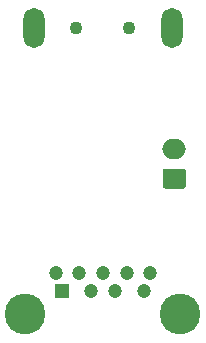
<source format=gbr>
G04 #@! TF.GenerationSoftware,KiCad,Pcbnew,5.1.10-88a1d61d58~88~ubuntu18.04.1*
G04 #@! TF.CreationDate,2021-09-17T16:00:13+02:00*
G04 #@! TF.ProjectId,GPIO-USB-Switch,4750494f-2d55-4534-922d-537769746368,rev?*
G04 #@! TF.SameCoordinates,Original*
G04 #@! TF.FileFunction,Soldermask,Bot*
G04 #@! TF.FilePolarity,Negative*
%FSLAX46Y46*%
G04 Gerber Fmt 4.6, Leading zero omitted, Abs format (unit mm)*
G04 Created by KiCad (PCBNEW 5.1.10-88a1d61d58~88~ubuntu18.04.1) date 2021-09-17 16:00:13*
%MOMM*%
%LPD*%
G01*
G04 APERTURE LIST*
%ADD10C,1.100000*%
%ADD11O,1.803200X3.403200*%
%ADD12O,2.000000X1.700000*%
%ADD13R,1.200000X1.200000*%
%ADD14C,1.200000*%
%ADD15C,3.450000*%
G04 APERTURE END LIST*
D10*
X157250000Y-74948000D03*
X152750000Y-74948000D03*
D11*
X149150000Y-74948000D03*
X160850000Y-74948000D03*
D12*
X161050000Y-85200000D03*
G36*
G01*
X161800000Y-88550000D02*
X160300000Y-88550000D01*
G75*
G02*
X160050000Y-88300000I0J250000D01*
G01*
X160050000Y-87100000D01*
G75*
G02*
X160300000Y-86850000I250000J0D01*
G01*
X161800000Y-86850000D01*
G75*
G02*
X162050000Y-87100000I0J-250000D01*
G01*
X162050000Y-88300000D01*
G75*
G02*
X161800000Y-88550000I-250000J0D01*
G01*
G37*
D13*
X151500000Y-97194000D03*
D14*
X154000000Y-97194000D03*
X156000000Y-97194000D03*
X158500000Y-97194000D03*
X159000000Y-95694000D03*
X157000000Y-95694000D03*
X155000000Y-95694000D03*
X153000000Y-95694000D03*
X151000000Y-95694000D03*
D15*
X148430000Y-99194000D03*
X161570000Y-99194000D03*
M02*

</source>
